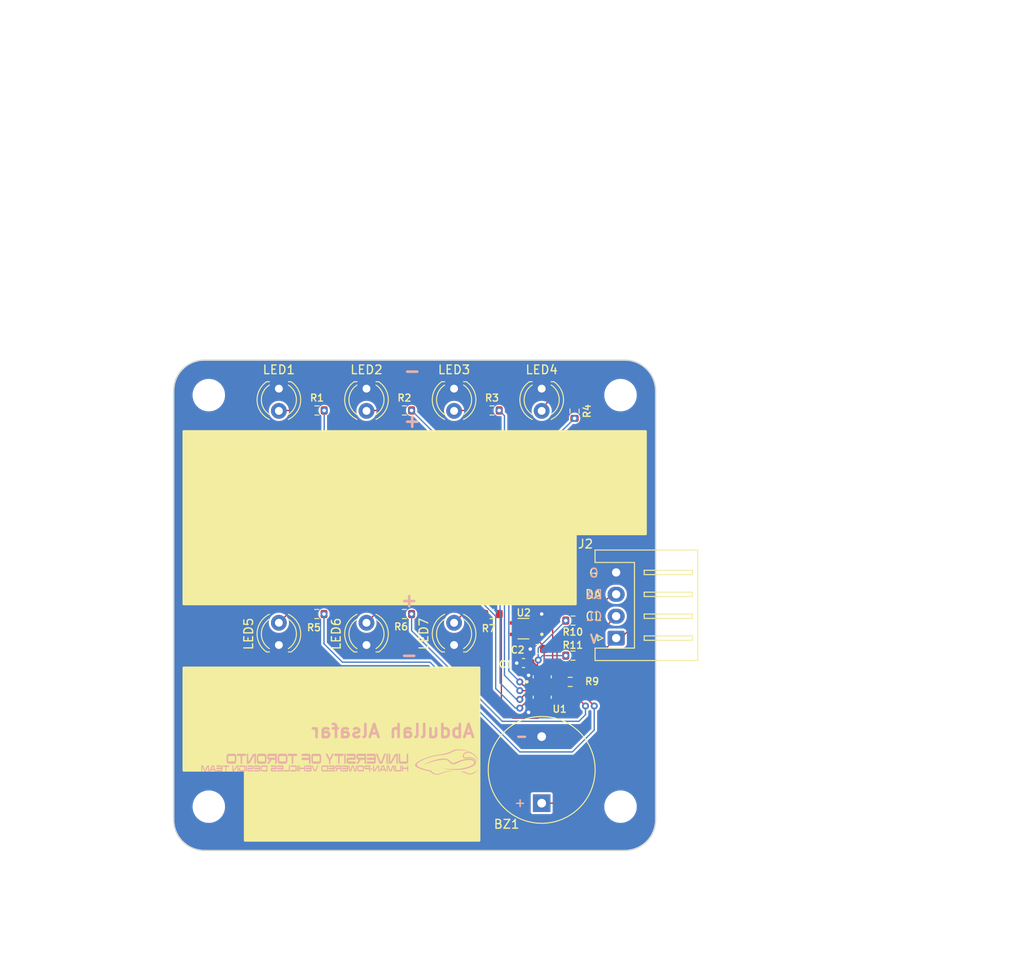
<source format=kicad_pcb>
(kicad_pcb (version 20241229) (generator "pcbnew") (generator_version "9.0")
  (layers (0 "F.Cu" signal) (2 "B.Cu" signal) (13 "F.Paste" user) (15 "B.Paste" user) (5 "F.SilkS" user "F.Silkscreen") (7 "B.SilkS" user "B.Silkscreen") (1 "F.Mask" user) (3 "B.Mask" user) (25 "Edge.Cuts" user))
  (net 0 "")
  (net 1 "BUZ")
  (net 2 "GND")
  (net 3 "+5V")
  (net 4 "Net-(LED1-A)")
  (net 5 "SDA")
  (net 6 "SCL")
  (net 7 "+3V3")
  (net 8 "Net-(LED2-A)")
  (net 9 "Net-(LED3-A)")
  (net 10 "Net-(LED4-A)")
  (net 11 "Net-(LED5-A)")
  (net 12 "Net-(LED6-A)")
  (net 13 "Net-(LED7-A)")
  (net 14 "LED1")
  (net 15 "LED2")
  (net 16 "LED3")
  (net 17 "LED4")
  (net 18 "LED5")
  (net 19 "LED6")
  (net 20 "LED7")
  (net 21 "Net-(U1-~{INT})")
  (footprint "Resistor_SMD:R_0603_1608Metric" (layer "F.Cu") (at 115.35 88.75)
    (property "Reference" "R1" (at 0 -1.43 0) (layer "F.SilkS") (effects (font (size 0.8 0.8))))
    (property "Value" "430")
    (pad "1" smd roundrect (at -0.825 0) (size 0.8 0.95) (layers "F.Cu" "F.Mask" "F.Paste") (net 4 "Net-(LED1-A)"))
    (pad "2" smd roundrect (at 0.825 0) (size 0.8 0.95) (layers "F.Cu" "F.Mask" "F.Paste") (net 14 "LED1"))
  )
  (footprint "LED_THT:LED_D4.0mm" (layer "F.Cu") (at 121 115.54 90)
    (property "Reference" "LED6" (at 1.27 -3.46 90) (layer "F.SilkS"))
    (property "Value" "LED")
    (pad "1" thru_hole rect (at 0 0 90) (size 1.8 1.8) (drill 0.9) (layers "*.Cu" "*.Mask") (net 2 "GND"))
    (pad "2" thru_hole circle (at 2.54 0 90) (size 1.8 1.8) (drill 0.9) (layers "*.Cu" "*.Mask") (net 12 "Net-(LED6-A)"))
  )
  (footprint "Capacitor_SMD:C_0603_1608Metric" (layer "F.Cu") (at 140.475 116 180)
    (property "Reference" "C2" (at 2.225 -0.1 0) (layer "F.SilkS") (effects (font (size 0.8 0.8))))
    (property "Value" "0.1uF")
    (pad "1" smd roundrect (at -0.775 0 180) (size 0.9 0.95) (layers "F.Cu" "F.Mask" "F.Paste") (net 3 "+5V"))
    (pad "2" smd roundrect (at 0.775 0 180) (size 0.9 0.95) (layers "F.Cu" "F.Mask" "F.Paste") (net 2 "GND"))
  )
  (footprint "MountingHole:MountingHole_3.2mm_M3" (layer "F.Cu") (at 150 134)
    (property "Reference" "REF**" (hide yes))
    (property "Value" "MountingHole_3.2mm_M3")
    (pad "" np_thru_hole circle (at 0 0) (size 3.2 3.2) (drill 3.2) (layers "*.Cu" "*.Mask"))
  )
  (footprint "Resistor_SMD:R_0603_1608Metric" (layer "F.Cu") (at 125.325 88.75)
    (property "Reference" "R2" (at 0 -1.43 0) (layer "F.SilkS") (effects (font (size 0.8 0.8))))
    (property "Value" "430")
    (pad "1" smd roundrect (at -0.825 0) (size 0.8 0.95) (layers "F.Cu" "F.Mask" "F.Paste") (net 8 "Net-(LED2-A)"))
    (pad "2" smd roundrect (at 0.825 0) (size 0.8 0.95) (layers "F.Cu" "F.Mask" "F.Paste") (net 15 "LED2"))
  )
  (footprint "TLV70033DCKR:SOT65P210X110-5N" (layer "F.Cu") (at 138.918312 113.669838 180)
    (property "Reference" "U2" (at -0.031688 1.819838 0) (layer "F.SilkS") (effects (font (size 0.8 0.8))))
    (property "Value" "TLV70033DCKR")
    (pad "1" smd roundrect (at -0.96 -0.65 180) (size 1.19 0.4) (layers "F.Cu" "F.Mask" "F.Paste") (roundrect_rratio 0.125) (net 3 "+5V"))
    (pad "2" smd roundrect (at -0.96 0 180) (size 1.19 0.4) (layers "F.Cu" "F.Mask" "F.Paste") (roundrect_rratio 0.125) (net 2 "GND"))
    (pad "3" smd roundrect (at -0.96 0.65 180) (size 1.19 0.4) (layers "F.Cu" "F.Mask" "F.Paste") (roundrect_rratio 0.125) (net 3 "+5V"))
    (pad "4" smd roundrect (at 0.96 0.65 180) (size 1.19 0.4) (layers "F.Cu" "F.Mask" "F.Paste") (roundrect_rratio 0.125))
    (pad "5" smd roundrect (at 0.96 -0.65 180) (size 1.19 0.4) (layers "F.Cu" "F.Mask" "F.Paste") (roundrect_rratio 0.125) (net 7 "+3V3"))
  )
  (footprint "LED_THT:LED_D4.0mm" (layer "F.Cu") (at 111 86.26 -90)
    (property "Reference" "LED1" (at -2.16 0 180) (layer "F.SilkS"))
    (property "Value" "LED")
    (pad "1" thru_hole rect (at 0 0 270) (size 1.8 1.8) (drill 0.9) (layers "*.Cu" "*.Mask") (net 2 "GND"))
    (pad "2" thru_hole circle (at 2.54 0 270) (size 1.8 1.8) (drill 0.9) (layers "*.Cu" "*.Mask") (net 4 "Net-(LED1-A)"))
  )
  (footprint "LED_THT:LED_D4.0mm" (layer "F.Cu") (at 111 115.54 90)
    (property "Reference" "LED5" (at 1.27 -3.46 90) (layer "F.SilkS"))
    (property "Value" "LED")
    (pad "1" thru_hole rect (at 0 0 90) (size 1.8 1.8) (drill 0.9) (layers "*.Cu" "*.Mask") (net 2 "GND"))
    (pad "2" thru_hole circle (at 2.54 0 90) (size 1.8 1.8) (drill 0.9) (layers "*.Cu" "*.Mask") (net 11 "Net-(LED5-A)"))
  )
  (footprint "Buzzer_Beeper:Buzzer_12x9.5RM7.6" (layer "F.Cu") (at 141 133.6 90)
    (property "Reference" "BZ1" (at -2.4 -4 180) (layer "F.SilkS"))
    (property "Value" "Buzzer")
    (fp_text user "+" (at -0.01 -2.54 90) (layer "B.SilkS"))
    (pad "1" thru_hole rect (at 0 0 90) (size 2 2) (drill 1) (layers "*.Cu" "*.Mask") (net 1 "BUZ"))
    (pad "2" thru_hole circle (at 7.6 0 90) (size 2 2) (drill 1) (layers "*.Cu" "*.Mask") (net 2 "GND"))
  )
  (footprint "Capacitor_SMD:C_0603_1608Metric" (layer "F.Cu") (at 138.925 117.6 180)
    (property "Reference" "C1" (at 2.025 -0.15 0) (layer "F.SilkS") (effects (font (size 0.8 0.8))))
    (property "Value" "0.1uF")
    (pad "1" smd roundrect (at -0.775 0 180) (size 0.9 0.95) (layers "F.Cu" "F.Mask" "F.Paste") (net 7 "+3V3"))
    (pad "2" smd roundrect (at 0.775 0 180) (size 0.9 0.95) (layers "F.Cu" "F.Mask" "F.Paste") (net 2 "GND"))
  )
  (footprint "Resistor_SMD:R_0603_1608Metric" (layer "F.Cu") (at 125.325 112)
    (property "Reference" "R6" (at -0.375 1.45 0) (layer "F.SilkS") (effects (font (size 0.8 0.8))))
    (property "Value" "430")
    (pad "1" smd roundrect (at -0.825 0) (size 0.8 0.95) (layers "F.Cu" "F.Mask" "F.Paste") (net 12 "Net-(LED6-A)"))
    (pad "2" smd roundrect (at 0.825 0) (size 0.8 0.95) (layers "F.Cu" "F.Mask" "F.Paste") (net 19 "LED6"))
  )
  (footprint "LED_THT:LED_D4.0mm" (layer "F.Cu") (at 131 115.54 90)
    (property "Reference" "LED7" (at 1.27 -3.46 90) (layer "F.SilkS"))
    (property "Value" "LED")
    (pad "1" thru_hole rect (at 0 0 90) (size 1.8 1.8) (drill 0.9) (layers "*.Cu" "*.Mask") (net 2 "GND"))
    (pad "2" thru_hole circle (at 2.54 0 90) (size 1.8 1.8) (drill 0.9) (layers "*.Cu" "*.Mask") (net 13 "Net-(LED7-A)"))
  )
  (footprint "MountingHole:MountingHole_3.2mm_M3" (layer "F.Cu") (at 150 87)
    (property "Reference" "REF**" (hide yes))
    (property "Value" "MountingHole_3.2mm_M3")
    (pad "" np_thru_hole circle (at 0 0) (size 3.2 3.2) (drill 3.2) (layers "*.Cu" "*.Mask"))
  )
  (footprint "Resistor_SMD:R_0603_1608Metric" (layer "F.Cu") (at 115.325 112)
    (property "Reference" "R5" (at -0.325 1.55 0) (layer "F.SilkS") (effects (font (size 0.8 0.8))))
    (property "Value" "430")
    (pad "1" smd roundrect (at -0.825 0) (size 0.8 0.95) (layers "F.Cu" "F.Mask" "F.Paste") (net 11 "Net-(LED5-A)"))
    (pad "2" smd roundrect (at 0.825 0) (size 0.8 0.95) (layers "F.Cu" "F.Mask" "F.Paste") (net 18 "LED5"))
  )
  (footprint "MountingHole:MountingHole_3.2mm_M3" (layer "F.Cu") (at 103 87)
    (property "Reference" "REF**" (hide yes))
    (property "Value" "MountingHole_3.2mm_M3")
    (pad "" np_thru_hole circle (at 0 0) (size 3.2 3.2) (drill 3.2) (layers "*.Cu" "*.Mask"))
  )
  (footprint "TCA6408ARSVR:QFN40P180X260X55-16N" (layer "F.Cu") (at 141.062512 120.338142)
    (property "Reference" "U1" (at 1.987488 2.511858 0) (layer "F.SilkS") (effects (font (size 0.8 0.8))))
    (property "Value" "TCA6408ARSVR")
    (pad "1" smd roundrect (at -0.795 -0.6) (size 0.91 0.22) (layers "F.Cu" "F.Mask" "F.Paste") (roundrect_rratio 0.125) (net 7 "+3V3"))
    (pad "2" smd roundrect (at -0.845 -0.2) (size 0.81 0.22) (layers "F.Cu" "F.Mask" "F.Paste") (roundrect_rratio 0.125) (net 17 "LED4"))
    (pad "3" smd roundrect (at -0.845 0.2) (size 0.81 0.22) (layers "F.Cu" "F.Mask" "F.Paste") (roundrect_rratio 0.125) (net 16 "LED3"))
    (pad "4" smd roundrect (at -0.845 0.6) (size 0.81 0.22) (layers "F.Cu" "F.Mask" "F.Paste") (roundrect_rratio 0.125) (net 15 "LED2"))
    (pad "5" smd roundrect (at -0.6 1.245) (size 0.22 0.81) (layers "F.Cu" "F.Mask" "F.Paste") (roundrect_rratio 0.125) (net 14 "LED1"))
    (pad "6" smd roundrect (at -0.2 1.245) (size 0.22 0.81) (layers "F.Cu" "F.Mask" "F.Paste") (roundrect_rratio 0.125) (net 2 "GND"))
    (pad "7" smd roundrect (at 0.2 1.245) (size 0.22 0.81) (layers "F.Cu" "F.Mask" "F.Paste") (roundrect_rratio 0.125) (net 20 "LED7"))
    (pad "8" smd roundrect (at 0.6 1.245) (size 0.22 0.81) (layers "F.Cu" "F.Mask" "F.Paste") (roundrect_rratio 0.125) (net 19 "LED6"))
    (pad "9" smd roundrect (at 0.845 0.6) (size 0.81 0.22) (layers "F.Cu" "F.Mask" "F.Paste") (roundrect_rratio 0.125) (net 18 "LED5"))
    (pad "10" smd roundrect (at 0.845 0.2) (size 0.81 0.22) (layers "F.Cu" "F.Mask" "F.Paste") (roundrect_rratio 0.125) (net 1 "BUZ"))
    (pad "11" smd roundrect (at 0.845 -0.2) (size 0.81 0.22) (layers "F.Cu" "F.Mask" "F.Paste") (roundrect_rratio 0.125) (net 21 "Net-(U1-~{INT})"))
    (pad "12" smd roundrect (at 0.845 -0.6) (size 0.81 0.22) (layers "F.Cu" "F.Mask" "F.Paste") (roundrect_rratio 0.125) (net 6 "SCL"))
    (pad "13" smd roundrect (at 0.6 -1.245) (size 0.22 0.81) (layers "F.Cu" "F.Mask" "F.Paste") (roundrect_rratio 0.125) (net 5 "SDA"))
    (pad "14" smd roundrect (at 0.2 -1.245) (size 0.22 0.81) (layers "F.Cu" "F.Mask" "F.Paste") (roundrect_rratio 0.125) (net 3 "+5V"))
    (pad "15" smd roundrect (at -0.2 -1.245) (size 0.22 0.81) (layers "F.Cu" "F.Mask" "F.Paste") (roundrect_rratio 0.125) (net 7 "+3V3"))
    (pad "16" smd roundrect (at -0.6 -1.245) (size 0.22 0.81) (layers "F.Cu" "F.Mask" "F.Paste") (roundrect_rratio 0.125) (net 2 "GND"))
  )
  (footprint "Resistor_SMD:R_0603_1608Metric" (layer "F.Cu") (at 135.325 112)
    (property "Reference" "R7" (at -0.375 1.65 0) (layer "F.SilkS") (effects (font (size 0.8 0.8))))
    (property "Value" "430")
    (pad "1" smd roundrect (at -0.825 0) (size 0.8 0.95) (layers "F.Cu" "F.Mask" "F.Paste") (net 13 "Net-(LED7-A)"))
    (pad "2" smd roundrect (at 0.825 0) (size 0.8 0.95) (layers "F.Cu" "F.Mask" "F.Paste") (net 20 "LED7"))
  )
  (footprint "Connector_JST:JST_XH_S4B-XH-A_1x04_P2.50mm_Horizontal" (layer "F.Cu") (at 149.5 114.75 90)
    (property "Reference" "J2" (at 10.75 -3.5 180) (layer "F.SilkS"))
    (property "Value" "Conn_01x04_Pin")
    (pad "1" thru_hole roundrect (at 0 0 90) (size 1.7 1.95) (drill 0.95) (layers "*.Cu" "*.Mask") (roundrect_rratio 0.147059) (net 3 "+5V"))
    (pad "2" thru_hole oval (at 2.5 0 90) (size 1.7 1.95) (drill 0.95) (layers "*.Cu" "*.Mask") (net 6 "SCL"))
    (pad "3" thru_hole oval (at 5 0 90) (size 1.7 1.95) (drill 0.95) (layers "*.Cu" "*.Mask") (net 5 "SDA"))
    (pad "4" thru_hole oval (at 7.5 0 90) (size 1.7 1.95) (drill 0.95) (layers "*.Cu" "*.Mask") (net 2 "GND"))
  )
  (footprint "Resistor_SMD:R_0603_1608Metric" (layer "F.Cu") (at 144.575 116.75 180)
    (property "Reference" "R11" (at 0.025 1.2 0) (layer "F.SilkS") (effects (font (size 0.8 0.8))))
    (property "Value" "10k")
    (pad "1" smd roundrect (at -0.825 0 180) (size 0.8 0.95) (layers "F.Cu" "F.Mask" "F.Paste") (net 6 "SCL"))
    (pad "2" smd roundrect (at 0.825 0 180) (size 0.8 0.95) (layers "F.Cu" "F.Mask" "F.Paste") (net 7 "+3V3"))
  )
  (footprint "Resistor_SMD:R_0603_1608Metric" (layer "F.Cu") (at 144.575 112.75 180)
    (property "Reference" "R10" (at 0.025 -1.3 0) (layer "F.SilkS") (effects (font (size 0.8 0.8) (thickness 0.15) (bold yes))))
    (property "Value" "10k")
    (pad "1" smd roundrect (at -0.825 0 180) (size 0.8 0.95) (layers "F.Cu" "F.Mask" "F.Paste") (net 5 "SDA"))
    (pad "2" smd roundrect (at 0.825 0 180) (size 0.8 0.95) (layers "F.Cu" "F.Mask" "F.Paste") (net 7 "+3V3"))
  )
  (footprint "Resistor_SMD:R_0603_1608Metric" (layer "F.Cu") (at 135.325 88.75)
    (property "Reference" "R3" (at 0 -1.43 0) (layer "F.SilkS") (effects (font (size 0.8 0.8))))
    (property "Value" "430")
    (pad "1" smd roundrect (at -0.825 0) (size 0.8 0.95) (layers "F.Cu" "F.Mask" "F.Paste") (net 9 "Net-(LED3-A)"))
    (pad "2" smd roundrect (at 0.825 0) (size 0.8 0.95) (layers "F.Cu" "F.Mask" "F.Paste") (net 16 "LED3"))
  )
  (footprint "LED_THT:LED_D4.0mm" (layer "F.Cu") (at 131 86.26 -90)
    (property "Reference" "LED3" (at -2.16 0 0) (layer "F.SilkS"))
    (property "Value" "LED")
    (pad "1" thru_hole rect (at 0 0 270) (size 1.8 1.8) (drill 0.9) (layers "*.Cu" "*.Mask") (net 2 "GND"))
    (pad "2" thru_hole circle (at 2.54 0 270) (size 1.8 1.8) (drill 0.9) (layers "*.Cu" "*.Mask") (net 9 "Net-(LED3-A)"))
  )
  (footprint "MountingHole:MountingHole_3.2mm_M3" (layer "F.Cu") (at 103 134)
    (property "Reference" "REF**" (hide yes))
    (property "Value" "MountingHole_3.2mm_M3")
    (pad "" np_thru_hole circle (at 0 0) (size 3.2 3.2) (drill 3.2) (layers "*.Cu" "*.Mask"))
  )
  (footprint "LED_THT:LED_D4.0mm" (layer "F.Cu") (at 121 86.26 -90)
    (property "Reference" "LED2" (at -2.16 0 180) (layer "F.SilkS"))
    (property "Value" "LED")
    (pad "1" thru_hole rect (at 0 0 270) (size 1.8 1.8) (drill 0.9) (layers "*.Cu" "*.Mask") (net 2 "GND"))
    (pad "2" thru_hole circle (at 2.54 0 270) (size 1.8 1.8) (drill 0.9) (layers "*.Cu" "*.Mask") (net 8 "Net-(LED2-A)"))
  )
  (footprint "Resistor_SMD:R_0603_1608Metric" (layer "F.Cu") (at 144.75 88.825 -90)
    (property "Reference" "R4" (at 0 -1.43 90) (layer "F.SilkS") (effects (font (size 0.8 0.8))))
    (property "Value" "430")
    (pad "1" smd roundrect (at -0.825 0 270) (size 0.8 0.95) (layers "F.Cu" "F.Mask" "F.Paste") (net 10 "Net-(LED4-A)"))
    (pad "2" smd roundrect (at 0.825 0 270) (size 0.8 0.95) (layers "F.Cu" "F.Mask" "F.Paste") (net 17 "LED4"))
  )
  (footprint "Resistor_SMD:R_0603_1608Metric" (layer "F.Cu") (at 144.25 119.75)
    (property "Reference" "R9" (at 2.5 -0.05 0) (layer "F.SilkS") (effects (font (size 0.8 0.8))))
    (property "Value" "10k")
    (pad "1" smd roundrect (at -0.825 0) (size 0.8 0.95) (layers "F.Cu" "F.Mask" "F.Paste") (net 21 "Net-(U1-~{INT})"))
    (pad "2" smd roundrect (at 0.825 0) (size 0.8 0.95) (layers "F.Cu" "F.Mask" "F.Paste") (net 3 "+5V"))
  )
  (footprint "LED_THT:LED_D4.0mm" (layer "F.Cu") (at 141 86.26 -90)
    (property "Reference" "LED4" (at -2.16 0 180) (layer "F.SilkS"))
    (property "Value" "LED")
    (pad "1" thru_hole rect (at 0 0 270) (size 1.8 1.8) (drill 0.9) (layers "*.Cu" "*.Mask") (net 2 "GND"))
    (pad "2" thru_hole circle (at 2.54 0 270) (size 1.8 1.8) (drill 0.9) (layers "*.Cu" "*.Mask") (net 10 "Net-(LED4-A)"))
  )
  (footprint "Symbol:HPVDT-Logo_1526.1x139.6mm_SilkScreen" (layer "B.Cu") (at 118.006 128.917 180)
    (property "Reference" "G***" (hide yes))
    (property "Value" "LOGO" (hide yes))
  )
  (gr_line (start 150.5 139) (end 102.5 139) (stroke (width 0.15)) (layer "Edge.Cuts"))
  (gr_line (start 102.5 83) (end 150.5 83) (stroke (width 0.15)) (layer "Edge.Cuts"))
  (gr_arc (start 99 86.5) (mid 100.025126 84.025126) (end 102.5 83) (stroke (width 0.15)) (layer "Edge.Cuts"))
  (gr_arc (start 102.5 139) (mid 100.025126 137.974874) (end 99 135.5) (stroke (width 0.15)) (layer "Edge.Cuts"))
  (gr_line (start 154 86.5) (end 154 135.5) (stroke (width 0.15)) (layer "Edge.Cuts"))
  (gr_arc (start 150.5 83) (mid 152.974874 84.025126) (end 154 86.5) (stroke (width 0.15)) (layer "Edge.Cuts"))
  (gr_line (start 99 135.5) (end 99 86.5) (stroke (width 0.15)) (layer "Edge.Cuts"))
  (gr_arc (start 154 135.5) (mid 152.974874 137.974874) (end 150.5 139) (stroke (width 0.15)) (layer "Edge.Cuts"))
  (gr_text "+" (at 138.46 133.61 90) (layer "F.SilkS") (effects (font (size 1 1))))
  (gr_text "CL" (at 145.901 112.85 0) (layer "F.SilkS") (effects (font (size 1 1)) (justify left bottom)))
  (gr_text "G" (at 146.311 107.9 0) (layer "F.SilkS") (effects (font (size 1 1)) (justify left bottom)))
  (gr_text "-" (at 139.5 125.5 180) (layer "F.SilkS") (effects (font (size 1 1) (thickness 0.25) (bold yes)) (justify left bottom)))
  (gr_text "DA" (at 145.8655 110.35 0) (layer "F.SilkS") (effects (font (size 1 1)) (justify left bottom)))
  (gr_text "V" (at 146.4615 115.45 0) (layer "F.SilkS") (effects (font (size 1 1)) (justify left bottom)))
  (gr_text "+" (at 125.095 90.805 0) (layer "B.SilkS") (effects (font (size 1.5 1.5) (thickness 0.3) (bold yes)) (justify left bottom)))
  (gr_text "-" (at 139.5 125.5 180) (layer "B.SilkS") (effects (font (size 1 1) (thickness 0.25) (bold yes)) (justify left bottom)))
  (gr_text "CL" (at 148.01 112.85 0) (layer "B.SilkS") (effects (font (size 1 1)) (justify left bottom mirror)))
  (gr_text "V" (at 147.4495 115.45 0) (layer "B.SilkS") (effects (font (size 1 1)) (justify left bottom mirror)))
  (gr_text "-" (at 125.095 85.09 0) (layer "B.SilkS") (effects (font (size 1.5 1.5) (thickness 0.3) (bold yes)) (justify left bottom)))
  (gr_text "DA" (at 148.0455 110.35 0) (layer "B.SilkS") (effects (font (size 1 1)) (justify left bottom mirror)))
  (gr_text "G" (at 147.6 107.9 0) (layer "B.SilkS") (effects (font (size 1 1)) (justify left bottom mirror)))
  (gr_text "+" (at 127 109.75 180) (layer "B.SilkS") (effects (font (size 1.5 1.5) (thickness 0.3) (bold yes)) (justify left bottom)))
  (gr_text "Abdullah Alsafar" (at 133.5 126.25 0) (layer "B.SilkS") (effects (font (size 1.5 1.5) (thickness 0.3) (bold yes)) (justify left bottom mirror)))
  (gr_text "-" (at 127 116 180) (layer "B.SilkS") (effects (font (size 1.5 1.5) (thickness 0.3) (bold yes)) (justify left bottom)))
  (segment (start 141.907512 120.538142) (end 147.038142 120.538142) (width 0.15) (layer "F.Cu") (net 1))
  (segment (start 149 129.5) (end 144.9 133.6) (width 0.15) (layer "F.Cu") (net 1))
  (segment (start 147.038142 120.538142) (end 149 122.5) (width 0.15) (layer "F.Cu") (net 1))
  (segment (start 144.9 133.6) (end 141 133.6) (width 0.15) (layer "F.Cu") (net 1))
  (segment (start 149 122.5) (end 149 129.5) (width 0.15) (layer "F.Cu") (net 1))
  (segment (start 140.862512 122.887488) (end 140.862512 121.583142) (width 0.15) (layer "F.Cu") (net 2))
  (segment (start 140.36937 119) (end 140.462512 119.093142) (width 0.15) (layer "F.Cu") (net 2))
  (segment (start 139.5 119) (end 140.36937 119) (width 0.15) (layer "F.Cu") (net 2))
  (segment (start 141 113.339676) (end 140.669838 113.669838) (width 0.15) (layer "F.Cu") (net 2))
  (segment (start 139.5 123.225) (end 140.525 123.225) (width 0.15) (layer "F.Cu") (net 2))
  (segment (start 140.669838 113.669838) (end 139.878312 113.669838) (width 0.15) (layer "F.Cu") (net 2))
  (segment (start 140.525 123.225) (end 140.862512 122.887488) (width 0.15) (layer "F.Cu") (net 2))
  (segment (start 141 112) (end 141 113.339676) (width 0.15) (layer "F.Cu") (net 2))
  (via (at 139.7 116) (size 0.8) (drill 0.4) (layers "F.Cu" "B.Cu") (net 2))
  (via (at 138.15 117.6) (size 0.8) (drill 0.4) (layers "F.Cu" "B.Cu") (net 2))
  (via (at 141 112) (size 0.8) (drill 0.4) (layers "F.Cu" "B.Cu") (net 2))
  (via (at 139.5 119) (size 0.8) (drill 0.4) (layers "F.Cu" "B.Cu") (net 2))
  (via (at 139.5 123.225) (size 0.8) (drill 0.4) (layers "F.Cu" "B.Cu") (net 2))
  (segment (start 141.25 115.691526) (end 141.25 116) (width 0.15) (layer "F.Cu") (net 3))
  (segment (start 150.05 114.75) (end 149.5 114.75) (width 0.15) (layer "F.Cu") (net 3))
  (segment (start 145.75 109.4) (end 146.75 108.4) (width 0.15) (layer "F.Cu") (net 3))
  (segment (start 140.426 111.324) (end 142.5 111.324) (width 0.15) (layer "F.Cu") (net 3))
  (segment (start 145.176 111.324) (end 145.75 110.75) (width 0.15) (layer "F.Cu") (net 3))
  (segment (start 141.276512 119.079142) (end 141.276512 116.026512) (width 0.15) (layer "F.Cu") (net 3))
  (segment (start 145.075 119.175) (end 145.075 119.75) (width 0.15) (layer "F.Cu") (net 3))
  (segment (start 151.3 113.5) (end 150.05 114.75) (width 0.15) (layer "F.Cu") (net 3))
  (segment (start 145.75 110.75) (end 145.75 109.4) (width 0.15) (layer "F.Cu") (net 3))
  (segment (start 139.878312 111.871688) (end 140.426 111.324) (width 0.15) (layer "F.Cu") (net 3))
  (segment (start 146.75 108.4) (end 150.6 108.4) (width 0.15) (layer "F.Cu") (net 3))
  (segment (start 150.6 108.4) (end 151.3 109.1) (width 0.15) (layer "F.Cu") (net 3))
  (segment (start 140.529237 114.970763) (end 141.25 115.691526) (width 0.15) (layer "F.Cu") (net 3))
  (segment (start 142.5 111.324) (end 145.176 111.324) (width 0.15) (layer "F.Cu") (net 3))
  (segment (start 141.75 112.074) (end 142.5 111.324) (width 0.15) (layer "F.Cu") (net 3))
  (segment (start 139.878312 113.019838) (end 139.878312 111.871688) (width 0.15) (layer "F.Cu") (net 3))
  (segment (start 140.529237 114.720763) (end 141.75 113.5) (width 0.15) (layer "F.Cu") (net 3))
  (segment (start 139.878312 114.319838) (end 140.529237 114.970763) (width 0.15) (layer "F.Cu") (net 3))
  (segment (start 151.3 109.1) (end 151.3 113.5) (width 0.15) (layer "F.Cu") (net 3))
  (segment (start 141.262512 119.093142) (end 141.276512 119.079142) (width 0.15) (layer "F.Cu") (net 3))
  (segment (start 140.529237 114.970763) (end 140.529237 114.720763) (width 0.15) (layer "F.Cu") (net 3))
  (segment (start 141.276512 116.026512) (end 141.25 116) (width 0.15) (layer "F.Cu") (net 3))
  (segment (start 149.5 114.75) (end 145.075 119.175) (width 0.15) (layer "F.Cu") (net 3))
  (segment (start 141.75 113.5) (end 141.75 112.074) (width 0.15) (layer "F.Cu") (net 3))
  (segment (start 111.05 88.75) (end 111 88.8) (width 0.15) (layer "F.Cu") (net 4))
  (segment (start 114.525 88.75) (end 111.05 88.75) (width 0.15) (layer "F.Cu") (net 4))
  (segment (start 142.25 118.505654) (end 142.25 112.75) (width 0.15) (layer "F.Cu") (net 5))
  (segment (start 147.4 111.35) (end 149 109.75) (width 0.15) (layer "F.Cu") (net 5))
  (segment (start 145.9 111.75) (end 145.9 112.25) (width 0.15) (layer "F.Cu") (net 5))
  (segment (start 142.25 112.75) (end 143.25 111.75) (width 0.15) (layer "F.Cu") (net 5))
  (segment (start 145.9 112.25) (end 145.4 112.75) (width 0.15) (layer "F.Cu") (net 5))
  (segment (start 143.25 111.75) (end 145.9 111.75) (width 0.15) (layer "F.Cu") (net 5))
  (segment (start 146.3 111.35) (end 147.4 111.35) (width 0.15) (layer "F.Cu") (net 5))
  (segment (start 145.9 111.75) (end 146.3 111.35) (width 0.15) (layer "F.Cu") (net 5))
  (segment (start 149 109.75) (end 149.5 109.75) (width 0.15) (layer "F.Cu") (net 5))
  (segment (start 141.662512 119.093142) (end 142.25 118.505654) (width 0.15) (layer "F.Cu") (net 5))
  (segment (start 149.5 112.25) (end 148.6 113.15) (width 0.15) (layer "F.Cu") (net 6))
  (segment (start 142.75 118.895654) (end 142.75 115.45) (width 0.15) (layer "F.Cu") (net 6))
  (segment (start 148.6 113.15) (end 147.15 113.15) (width 0.15) (layer "F.Cu") (net 6))
  (segment (start 143.5 114.7) (end 145.95 114.7) (width 0.15) (layer "F.Cu") (net 6))
  (segment (start 145.95 114.7) (end 145.95 116.05) (width 0.15) (layer "F.Cu") (net 6))
  (segment (start 145.95 116.05) (end 145.4 116.6) (width 0.15) (layer "F.Cu") (net 6))
  (segment (start 141.907512 119.738142) (end 142.75 118.895654) (width 0.15) (layer "F.Cu") (net 6))
  (segment (start 145.95 114.35) (end 145.95 114.7) (width 0.15) (layer "F.Cu") (net 6))
  (segment (start 142.75 115.45) (end 143.5 114.7) (width 0.15) (layer "F.Cu") (net 6))
  (segment (start 145.4 116.6) (end 145.4 116.75) (width 0.15) (layer "F.Cu") (net 6))
  (segment (start 147.15 113.15) (end 145.95 114.35) (width 0.15) (layer "F.Cu") (net 6))
  (segment (start 140.862512 119.58312) (end 140.69349 119.752142) (width 0.15) (layer "F.Cu") (net 7))
  (segment (start 140.525 117.975) (end 140.15 117.6) (width 0.15) (layer "F.Cu") (net 7))
  (segment (start 140.862512 119.093142) (end 140.862512 119.58312) (width 0.15) (layer "F.Cu") (net 7))
  (segment (start 140.525 117.975) (end 140.525 117.326512) (width 0.15) (layer "F.Cu") (net 7))
  (segment (start 140.862512 118.312512) (end 140.525 117.975) (width 0.15) (layer "F.Cu") (net 7))
  (segment (start 140.862512 119.093142) (end 140.862512 118.312512) (width 0.15) (layer "F.Cu") (net 7))
  (segment (start 140.525 117.326512) (end 140.601512 117.25) (width 0.15) (layer "F.Cu") (net 7))
  (segment (start 140.15 117.6) (end 139.7 117.6) (width 0.15) (layer "F.Cu") (net 7))
  (segment (start 139.63 117.6) (end 139.7 117.6) (width 0.15) (layer "F.Cu") (net 7))
  (segment (start 137.958312 115.928312) (end 139.63 117.6) (width 0.15) (layer "F.Cu") (net 7))
  (segment (start 137.958312 114.319838) (end 137.958312 115.928312) (width 0.15) (layer "F.Cu") (net 7))
  (via (at 140.601512 117.25) (size 0.8) (drill 0.4) (layers "F.Cu" "B.Cu") (net 7))
  (via (at 143.75 116.75) (size 0.8) (drill 0.4) (layers "F.Cu" "B.Cu") (net 7))
  (via (at 143.75 112.75) (size 0.8) (drill 0.4) (layers "F.Cu" "B.Cu") (net 7))
  (segment (start 140.601512 117.25) (end 140.601512 115.898488) (width 0.15) (layer "B.Cu") (net 7))
  (segment (start 141.101512 116.75) (end 140.601512 117.25) (width 0.15) (layer "B.Cu") (net 7))
  (segment (start 140.601512 115.898488) (end 143.75 112.75) (width 0.15) (layer "B.Cu") (net 7))
  (segment (start 143.75 116.75) (end 141.101512 116.75) (width 0.15) (layer "B.Cu") (net 7))
  (segment (start 121.05 88.75) (end 121 88.8) (width 0.15) (layer "F.Cu") (net 8))
  (segment (start 124.5 88.75) (end 121.05 88.75) (width 0.15) (layer "F.Cu") (net 8))
  (segment (start 131.05 88.75) (end 131 88.8) (width 0.15) (layer "F.Cu") (net 9))
  (segment (start 134.5 88.75) (end 131.05 88.75) (width 0.15) (layer "F.Cu") (net 9))
  (segment (start 144.75 87.5) (end 144.5 87.25) (width 0.15) (layer "F.Cu") (net 10))
  (segment (start 144.5 87.25) (end 142.25 87.25) (width 0.15) (layer "F.Cu") (net 10))
  (segment (start 142.25 87.25) (end 141 88.5) (width 0.15) (layer "F.Cu") (net 10))
  (segment (start 144.75 88) (end 144.75 87.5) (width 0.15) (layer "F.Cu") (net 10))
  (segment (start 141 88.5) (end 141 88.8) (width 0.15) (layer "F.Cu") (net 10))
  (segment (start 114.5 112) (end 112 112) (width 0.15) (layer "F.Cu") (net 11))
  (segment (start 112 112) (end 111 113) (width 0.15) (layer "F.Cu") (net 11))
  (segment (start 122 112) (end 121 113) (width 0.15) (layer "F.Cu") (net 12))
  (segment (start 124.5 112) (end 122 112) (width 0.15) (layer "F.Cu") (net 12))
  (segment (start 132 112) (end 131 113) (width 0.15) (layer "F.Cu") (net 13))
  (segment (start 134.5 112) (end 132 112) (width 0.15) (layer "F.Cu") (net 13))
  (segment (start 139.5 121.75) (end 140.295654 121.75) (width 0.15) (layer "F.Cu") (net 14))
  (segment (start 140.295654 121.75) (end 140.462512 121.583142) (width 0.15) (layer "F.Cu") (net 14))
  (segment (start 138.5 122.75) (end 139.5 121.75) (width 0.15) (layer "F.Cu") (net 14))
  (via (at 138.5 122.75) (size 0.8) (drill 0.4) (layers "F.Cu" "B.Cu") (net 14))
  (via (at 116.175 88.75) (size 0.8) (drill 0.4) (layers "F.Cu" "B.Cu") (net 14))
  (segment (start 116.175 92.675) (end 116.175 88.75) (width 0.15) (layer "B.Cu") (net 14))
  (segment (start 135.75 112.25) (end 116.175 92.675) (width 0.15) (layer "B.Cu") (net 14))
  (segment (start 138.5 122.75) (end 138 122.75) (width 0.15) (layer "B.Cu") (net 14))
  (segment (start 138 122.75) (end 135.75 120.5) (width 0.15) (layer "B.Cu") (net 14))
  (segment (start 135.75 120.5) (end 135.75 112.25) (width 0.15) (layer "B.Cu") (net 14))
  (segment (start 140.203512 120.924142) (end 140.217512 120.938142) (width 0.15) (layer "F.Cu") (net 15))
  (segment (start 138.5 121.75) (end 138.500003 121.75) (width 0.15) (layer "F.Cu") (net 15))
  (segment (start 138.500003 121.75) (end 139.000003 121.25) (width 0.15) (layer "F.Cu") (net 15))
  (segment (start 139.000003 121.25) (end 139.905676 121.25) (width 0.15) (layer "F.Cu") (net 15))
  (segment (start 140.203512 120.952164) (end 140.203512 120.924142) (width 0.15) (layer "F.Cu") (net 15))
  (segment (start 140.061858 120.938142) (end 140.217512 120.938142) (width 0.15) (layer "F.Cu") (net 15))
  (segment (start 139.905676 121.25) (end 140.203512 120.952164) (width 0.15) (layer "F.Cu") (net 15))
  (via (at 138.5 121.75) (size 0.8) (drill 0.4) (layers "F.Cu" "B.Cu") (net 15))
  (via (at 126.15 88.75) (size 0.8) (drill 0.4) (layers "F.Cu" "B.Cu") (net 15))
  (segment (start 136.25 119.875) (end 136.25 98.85) (width 0.15) (layer "B.Cu") (net 15))
  (segment (start 136.25 98.85) (end 126.15 88.75) (width 0.15) (layer "B.Cu") (net 15))
  (segment (start 138.125 121.75) (end 136.25 119.875) (width 0.15) (layer "B.Cu") (net 15))
  (segment (start 138.5 121.75) (end 138.125 121.75) (width 0.15) (layer "B.Cu") (net 15))
  (segment (start 139.25 120.75) (end 139.461858 120.538142) (width 0.15) (layer "F.Cu") (net 16))
  (segment (start 138.5 120.749997) (end 138.826287 120.749997) (width 0.15) (layer "F.Cu") (net 16))
  (segment (start 138.826287 120.749997) (end 138.82629 120.75) (width 0.15) (layer "F.Cu") (net 16))
  (segment (start 139.461858 120.538142) (end 140.217512 120.538142) (width 0.15) (layer "F.Cu") (net 16))
  (segment (start 138.82629 120.75) (end 139.25 120.75) (width 0.15) (layer "F.Cu") (net 16))
  (via (at 138.5 120.749997) (size 0.8) (drill 0.4) (layers "F.Cu" "B.Cu") (net 16))
  (via (at 136.15 88.75) (size 0.8) (drill 0.4) (layers "F.Cu" "B.Cu") (net 16))
  (segment (start 138.5 120.749997) (end 136.75 118.999997) (width 0.15) (layer "B.Cu") (net 16))
  (segment (start 136.75 89.35) (end 136.15 88.75) (width 0.15) (layer "B.Cu") (net 16))
  (segment (start 136.75 118.999997) (end 136.75 89.35) (width 0.15) (layer "B.Cu") (net 16))
  (segment (start 140.217512 120.138142) (end 138.888148 120.138142) (width 0.15) (layer "F.Cu") (net 17))
  (segment (start 138.888148 120.138142) (end 138.5 119.749994) (width 0.15) (layer "F.Cu") (net 17))
  (via (at 144.75 89.65) (size 0.8) (drill 0.4) (layers "F.Cu" "B.Cu") (net 17))
  (via (at 138.5 119.749994) (size 0.8) (drill 0.4) (layers "F.Cu" "B.Cu") (net 17))
  (segment (start 137.25 97.15) (end 144.75 89.65) (width 0.15) (layer "B.Cu") (net 17))
  (segment (start 138.5 119.749994) (end 137.25 118.499994) (width 0.15) (layer "B.Cu") (net 17))
  (segment (start 137.25 118.499994) (end 137.25 97.15) (width 0.15) (layer "B.Cu") (net 17))
  (segment (start 147 122.5) (end 145.438142 120.938142) (width 0.15) (layer "F.Cu") (net 18))
  (segment (start 145.438142 120.938142) (end 141.907512 120.938142) (width 0.15) (layer "F.Cu") (net 18))
  (via (at 147 122.5) (size 0.8) (drill 0.4) (layers "F.Cu" "B.Cu") (net 18))
  (via (at 116.15 112) (size 0.8) (drill 0.4) (layers "F.Cu" "B.Cu") (net 18))
  (segment (start 116.15 112) (end 116.15 115.4) (width 0.15) (layer "B.Cu") (net 18))
  (segment (start 147 125.25) (end 147 122.5) (width 0.15) (layer "B.Cu") (net 18))
  (segment (start 118.25 117.5) (end 128.25 117.5) (width 0.15) (layer "B.Cu") (net 18))
  (segment (start 128.25 117.5) (end 138.5 127.75) (width 0.15) (layer "B.Cu") (net 18))
  (segment (start 144.5 127.75) (end 147 125.25) (width 0.15) (layer "B.Cu") (net 18))
  (segment (start 116.15 115.4) (end 118.25 117.5) (width 0.15) (layer "B.Cu") (net 18))
  (segment (start 138.5 127.75) (end 144.5 127.75) (width 0.15) (layer "B.Cu") (net 18))
  (segment (start 145.249997 121.75) (end 141.82937 121.75) (width 0.15) (layer "F.Cu") (net 19))
  (segment (start 141.82937 121.75) (end 141.662512 121.583142) (width 0.15) (layer "F.Cu") (net 19))
  (segment (start 145.999997 122.5) (end 145.249997 121.75) (width 0.15) (layer "F.Cu") (net 19))
  (via (at 126.15 112) (size 0.8) (drill 0.4) (layers "F.Cu" "B.Cu") (net 19))
  (via (at 145.999997 122.5) (size 0.8) (drill 0.4) (layers "F.Cu" "B.Cu") (net 19))
  (segment (start 126.15 113.9) (end 126.15 112) (width 0.15) (layer "B.Cu") (net 19))
  (segment (start 145.999997 123.500003) (end 146 123.500006) (width 0.15) (layer "B.Cu") (net 19))
  (segment (start 146 123.500006) (end 145.999994 123.500006) (width 0.15) (layer "B.Cu") (net 19))
  (segment (start 145.999997 122.5) (end 145.999997 123.500003) (width 0.15) (layer "B.Cu") (net 19))
  (segment (start 145.25 124.25) (end 136.5 124.25) (width 0.15) (layer "B.Cu") (net 19))
  (segment (start 145.999994 123.500006) (end 145.25 124.25) (width 0.15) (layer "B.Cu") (net 19))
  (segment (start 136.5 124.25) (end 126.15 113.9) (width 0.15) (layer "B.Cu") (net 19))
  (segment (start 136.4 122.6) (end 136.4 112.25) (width 0.15) (layer "F.Cu") (net 20))
  (segment (start 141.262512 123.237488) (end 140.6 123.9) (width 0.15) (layer "F.Cu") (net 20))
  (segment (start 141.262512 121.583142) (end 141.262512 123.237488) (width 0.15) (layer "F.Cu") (net 20))
  (segment (start 136.4 112.25) (end 136.15 112) (width 0.15) (layer "F.Cu") (net 20))
  (segment (start 140.6 123.9) (end 137.7 123.9) (width 0.15) (layer "F.Cu") (net 20))
  (segment (start 137.7 123.9) (end 136.4 122.6) (width 0.15) (layer "F.Cu") (net 20))
  (segment (start 141.907512 120.138142) (end 143.036858 120.138142) (width 0.15) (layer "F.Cu") (net 21))
  (segment (start 143.036858 120.138142) (end 143.425 119.75) (width 0.15) (layer "F.Cu") (net 21))
  (zone (net 2) (net_name "GND") (layer "B.Cu") (connect_pads yes (clearance 0.25)) (min_thickness 0.05) (fill yes (thermal_gap 0.5) (thermal_bridge_width 0.5))
    (polygon (pts (xy 154 83) (xy 99 83) (xy 99 139) (xy 154 139)))
  )
  (zone (net 0) (net_name "") (layer "F.SilkS") (connect_pads (clearance 0.5)) (min_thickness 0.25) (fill yes (thermal_gap 0.5) (thermal_bridge_width 0.5))
    (polygon (pts (xy 100 91) (xy 153 91) (xy 153 103) (xy 145 103) (xy 145 111) (xy 100 111)))
  )
  (zone (net 0) (net_name "") (layer "F.SilkS") (connect_pads (clearance 0.5)) (min_thickness 0.25) (fill yes (thermal_gap 0.5) (thermal_bridge_width 0.5))
    (polygon (pts (xy 107 130) (xy 100 130) (xy 100 118) (xy 134 118) (xy 134 138) (xy 107 138)))
  )
)
</source>
